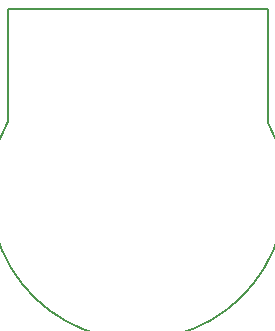
<source format=gm1>
G04 #@! TF.GenerationSoftware,KiCad,Pcbnew,8.0.2-1*
G04 #@! TF.CreationDate,2024-11-27T21:54:45+07:00*
G04 #@! TF.ProjectId,v1,76312e6b-6963-4616-945f-706362585858,rev?*
G04 #@! TF.SameCoordinates,Original*
G04 #@! TF.FileFunction,Profile,NP*
%FSLAX46Y46*%
G04 Gerber Fmt 4.6, Leading zero omitted, Abs format (unit mm)*
G04 Created by KiCad (PCBNEW 8.0.2-1) date 2024-11-27 21:54:45*
%MOMM*%
%LPD*%
G01*
G04 APERTURE LIST*
G04 #@! TA.AperFunction,Profile*
%ADD10C,0.200000*%
G04 #@! TD*
G04 APERTURE END LIST*
D10*
X132250000Y-81750000D02*
X132250000Y-91312832D01*
X154250000Y-81750000D02*
X132250000Y-81750000D01*
X154250000Y-91312832D02*
X154250000Y-81750000D01*
X154250000Y-91312832D02*
G75*
G02*
X132250000Y-91312832I-11000000J-5937169D01*
G01*
X132250000Y-81750000D02*
X143250000Y-81750000D01*
X154250000Y-81750000D02*
X143250000Y-81750000D01*
M02*

</source>
